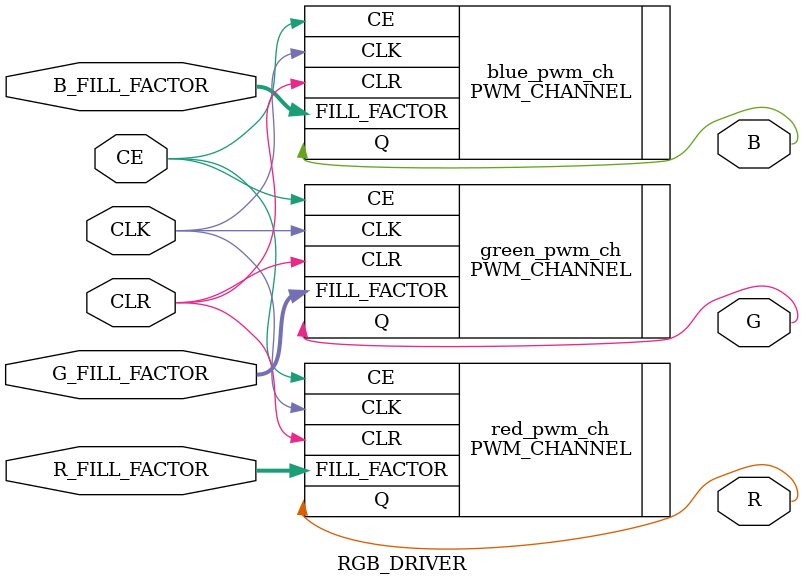
<source format=v>
`timescale 1ns / 1ps

/// Zarządzanie PWM dla diody RGB
///
/// @tparam ACT_STATE - Stan aktywny 0 lub 1.
/// @tparam FILL_FACTOR_MAX - Maksymalne wypełnienie.
/// @tparam FILL_FACTOR_BITS_NUM - Liczba bitow maksymalnego wypełnienia.
///
/// @param [IN] CLK - Zegar.
/// @param [IN] CLR - Aysnchroniczne wejscie resetujace stan modulu.
/// @param [IN] CE - Aktywacja zegara.
/// @param [IN] R_FILL_FACTOR - Zadane wypełnienie koloru czerwonego.
/// @param [IN] G_FILL_FACTOR - Zadane wypełnienie koloru zielonego.
/// @param [IN] B_FILL_FACTOR - Zadane wypełnienie koloru niebieskiego.
/// @param [OUT] R - Wyjście kanału czerwonego.
/// @param [OUT] G - Wyjście kanału zielonego.
/// @param [OUT] B - Wyjście kanału niebieskiego.

module RGB_DRIVER #(
  parameter ACT_STATE = 1,
  parameter FILL_FACTOR_MAX = 255,
  parameter FILL_FACTOR_BITS_NUM = $clog2(FILL_FACTOR_MAX)
) (
  input CLK,
  input CLR,
  input CE,
  input [FILL_FACTOR_BITS_NUM-1:0] R_FILL_FACTOR,
  input [FILL_FACTOR_BITS_NUM-1:0] G_FILL_FACTOR,
  input [FILL_FACTOR_BITS_NUM-1:0] B_FILL_FACTOR,
  output R,
  output G,
  output B
);
  
  PWM_CHANNEL #(
    .ACT_STATE(ACT_STATE),
    .FILL_FACTOR_MAX(FILL_FACTOR_MAX)
  ) red_pwm_ch (
    .CLK(CLK),
    .CLR(CLR),
    .CE(CE),
    .FILL_FACTOR(R_FILL_FACTOR),
    .Q(R)
  );

  PWM_CHANNEL #(
    .ACT_STATE(ACT_STATE),
    .FILL_FACTOR_MAX(FILL_FACTOR_MAX)
  ) green_pwm_ch (
    .CLK(CLK),
    .CLR(CLR),
    .CE(CE),
    .FILL_FACTOR(G_FILL_FACTOR),
    .Q(G)
  );

  PWM_CHANNEL #(
    .ACT_STATE(ACT_STATE),
    .FILL_FACTOR_MAX(FILL_FACTOR_MAX)
  ) blue_pwm_ch (
    .CLK(CLK),
    .CLR(CLR),
    .CE(CE),
    .FILL_FACTOR(B_FILL_FACTOR),
    .Q(B)
  );

endmodule

</source>
